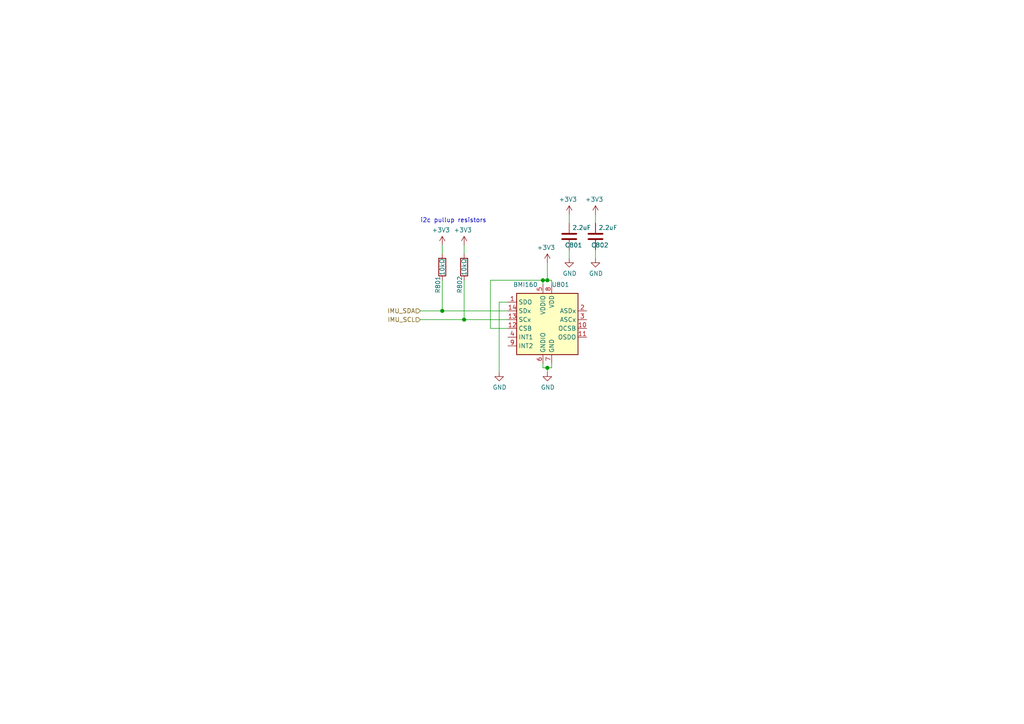
<source format=kicad_sch>
(kicad_sch (version 20210621) (generator eeschema)
  (paper "A4")
  (title_block (title "Moxie-Drive 24, vesc compatable motor controller") (date "2020-07-01") (rev "1.0") (company "Marshall Scholz"))
  (lib_symbols
    (symbol "24_control_board-rescue:+3.3V-power-MoxiE_Control_board-rescue" (power) (pin_names (offset 0))
      (property "Value" "+3.3V-power-MoxiE_Control_board-rescue" (at 0 3.556 0))
      (symbol "+3.3V-power-MoxiE_Control_board-rescue_0_1"
        (polyline (pts (xy -0.762 1.27) (xy 0 2.54)))
        (polyline (pts (xy 0 0) (xy 0 2.54)))
        (polyline (pts (xy 0 2.54) (xy 0.762 1.27)))
      )
      (symbol "+3.3V-power-MoxiE_Control_board-rescue_1_1"
        (pin power_in line (at 0 0 90) (length 0) hide (name "+3V3") (number "1"))
      )
    )
    (symbol "24_control_board-rescue:C-Device-MoxiE_Control_board-rescue" (pin_numbers hide) (pin_names (offset 0.254))
      (property "Reference" "C" (at 0.635 2.54 0))
      (property "Value" "C-Device-MoxiE_Control_board-rescue" (at 0.635 -2.54 0))
      (symbol "C-Device-MoxiE_Control_board-rescue_0_1"
        (polyline (pts (xy -2.032 -0.762) (xy 2.032 -0.762)) (stroke (width 0.508)))
        (polyline (pts (xy -2.032 0.762) (xy 2.032 0.762)) (stroke (width 0.508)))
      )
      (symbol "C-Device-MoxiE_Control_board-rescue_1_1"
        (pin passive line (at 0 3.81 270) (length 2.794) (name "~") (number "1"))
        (pin passive line (at 0 -3.81 90) (length 2.794) (name "~") (number "2"))
      )
    )
    (symbol "24_control_board-rescue:R-Device-MoxiE_Control_board-rescue" (pin_numbers hide) (pin_names (offset 0))
      (property "Reference" "R" (at 2.032 0 90))
      (property "Value" "R-Device-MoxiE_Control_board-rescue" (at 0 0 90))
      (symbol "R-Device-MoxiE_Control_board-rescue_0_1"
        (rectangle (start -1.016 -2.54) (end 1.016 2.54) (stroke (width 0.254)))
      )
      (symbol "R-Device-MoxiE_Control_board-rescue_1_1"
        (pin passive line (at 0 3.81 270) (length 1.27) (name "~") (number "1"))
        (pin passive line (at 0 -3.81 90) (length 1.27) (name "~") (number "2"))
      )
    )
    (symbol "Sensor_Motion:BMI160"
      (property "Reference" "U" (at -10.16 8.89 0))
      (property "Value" "BMI160" (at 7.62 8.89 0))
      (symbol "BMI160_1_1"
        (rectangle (start -10.16 7.62) (end 7.62 -10.16) (stroke (width 0.254)) (fill (type background)))
        (pin bidirectional line (at -12.7 5.08 0) (length 2.54) (name "SDO") (number "1"))
        (pin bidirectional line (at 10.16 -2.54 180) (length 2.54) (name "OCSB") (number "10"))
        (pin bidirectional line (at 10.16 -5.08 180) (length 2.54) (name "OSDO") (number "11"))
        (pin input line (at -12.7 -2.54 0) (length 2.54) (name "CSB") (number "12"))
        (pin input line (at -12.7 0 0) (length 2.54) (name "SCx") (number "13"))
        (pin bidirectional line (at -12.7 2.54 0) (length 2.54) (name "SDx") (number "14"))
        (pin bidirectional line (at 10.16 2.54 180) (length 2.54) (name "ASDx") (number "2"))
        (pin output line (at 10.16 0 180) (length 2.54) (name "ASCx") (number "3"))
        (pin bidirectional line (at -12.7 -5.08 0) (length 2.54) (name "INT1") (number "4"))
        (pin power_in line (at -2.54 10.16 270) (length 2.54) (name "VDDIO") (number "5"))
        (pin power_in line (at -2.54 -12.7 90) (length 2.54) (name "GNDIO") (number "6"))
        (pin power_in line (at 0 -12.7 90) (length 2.54) (name "GND") (number "7"))
        (pin power_in line (at 0 10.16 270) (length 2.54) (name "VDD") (number "8"))
        (pin bidirectional line (at -12.7 -7.62 0) (length 2.54) (name "INT2") (number "9"))
      )
    )
    (symbol "power:GND" (power) (pin_names (offset 0))
      (property "Value" "GND" (at 0 -3.81 0))
      (symbol "GND_0_1"
        (polyline (pts (xy 0 0) (xy 0 -1.27) (xy 1.27 -1.27) (xy 0 -2.54) (xy -1.27 -1.27) (xy 0 -1.27)))
      )
      (symbol "GND_1_1"
        (pin power_in line (at 0 0 270) (length 0) hide (name "GND") (number "1"))
      )
    )
  )
  (junction (at 128.27 90.17) (diameter 1.016))
  (junction (at 134.62 92.71) (diameter 1.016))
  (junction (at 157.48 81.28) (diameter 1.016))
  (junction (at 158.75 81.28) (diameter 1.016))
  (junction (at 158.75 106.68) (diameter 1.016))
  (wire (pts (xy 121.92 92.71) (xy 134.62 92.71)))
  (wire (pts (xy 128.27 73.66) (xy 128.27 71.12)))
  (wire (pts (xy 128.27 81.28) (xy 128.27 90.17)))
  (wire (pts (xy 128.27 90.17) (xy 121.92 90.17)))
  (wire (pts (xy 134.62 73.66) (xy 134.62 71.12)))
  (wire (pts (xy 134.62 81.28) (xy 134.62 92.71)))
  (wire (pts (xy 134.62 92.71) (xy 147.32 92.71)))
  (wire (pts (xy 142.24 81.28) (xy 142.24 95.25)))
  (wire (pts (xy 142.24 95.25) (xy 147.32 95.25)))
  (wire (pts (xy 144.78 87.63) (xy 144.78 107.95)))
  (wire (pts (xy 147.32 87.63) (xy 144.78 87.63)))
  (wire (pts (xy 147.32 90.17) (xy 128.27 90.17)))
  (wire (pts (xy 157.48 81.28) (xy 142.24 81.28)))
  (wire (pts (xy 157.48 81.28) (xy 157.48 82.55)))
  (wire (pts (xy 157.48 105.41) (xy 157.48 106.68)))
  (wire (pts (xy 157.48 106.68) (xy 158.75 106.68)))
  (wire (pts (xy 158.75 76.2) (xy 158.75 81.28)))
  (wire (pts (xy 158.75 81.28) (xy 157.48 81.28)))
  (wire (pts (xy 158.75 81.28) (xy 160.02 81.28)))
  (wire (pts (xy 158.75 106.68) (xy 160.02 106.68)))
  (wire (pts (xy 158.75 107.95) (xy 158.75 106.68)))
  (wire (pts (xy 160.02 81.28) (xy 160.02 82.55)))
  (wire (pts (xy 160.02 106.68) (xy 160.02 105.41)))
  (wire (pts (xy 165.1 62.23) (xy 165.1 64.77)))
  (wire (pts (xy 165.1 72.39) (xy 165.1 74.93)))
  (wire (pts (xy 172.72 62.23) (xy 172.72 64.77)))
  (wire (pts (xy 172.72 72.39) (xy 172.72 74.93)))
  (text "i2c pullup resistors" (at 121.92 64.77 0) (effects (font (size 1.27 1.27)) (justify left bottom)))
  (hierarchical_label "IMU_SDA" (shape input) (at 121.92 90.17 180))
  (hierarchical_label "IMU_SCL" (shape input) (at 121.92 92.71 180))
  (symbol (lib_id "24_control_board-rescue:+3.3V-power-MoxiE_Control_board-rescue") (at 128.27 71.12 0) (mirror y) (unit 1)
    (property "Reference" "#PWR0801" (effects hide))
    (property "Value" "+3.3V" (at 127.889 66.7258 0))
  )
  (symbol (lib_id "24_control_board-rescue:+3.3V-power-MoxiE_Control_board-rescue") (at 134.62 71.12 0) (mirror y) (unit 1)
    (property "Reference" "#PWR0802" (effects hide))
    (property "Value" "+3.3V" (at 134.239 66.7258 0))
  )
  (symbol (lib_id "24_control_board-rescue:+3.3V-power-MoxiE_Control_board-rescue") (at 158.75 76.2 0) (mirror y) (unit 1)
    (property "Reference" "#PWR0804" (effects hide))
    (property "Value" "+3.3V" (at 158.369 71.8058 0))
  )
  (symbol (lib_id "24_control_board-rescue:+3.3V-power-MoxiE_Control_board-rescue") (at 165.1 62.23 0) (mirror y) (unit 1)
    (property "Reference" "#PWR0806" (effects hide))
    (property "Value" "+3.3V" (at 164.719 57.8358 0))
  )
  (symbol (lib_id "24_control_board-rescue:+3.3V-power-MoxiE_Control_board-rescue") (at 172.72 62.23 0) (mirror y) (unit 1)
    (property "Reference" "#PWR0808" (effects hide))
    (property "Value" "+3.3V" (at 172.339 57.8358 0))
  )
  (symbol (lib_id "power:GND") (at 144.78 107.95 0) (unit 1)
    (property "Reference" "#PWR0803" (effects hide))
    (property "Value" "GND" (at 144.907 112.3442 0))
  )
  (symbol (lib_id "power:GND") (at 158.75 107.95 0) (unit 1)
    (property "Reference" "#PWR0805" (effects hide))
    (property "Value" "GND" (at 158.877 112.3442 0))
  )
  (symbol (lib_id "power:GND") (at 165.1 74.93 0) (unit 1)
    (property "Reference" "#PWR0807" (effects hide))
    (property "Value" "GND" (at 165.227 79.3242 0))
  )
  (symbol (lib_id "power:GND") (at 172.72 74.93 0) (unit 1)
    (property "Reference" "#PWR0809" (effects hide))
    (property "Value" "GND" (at 172.847 79.3242 0))
  )
  (symbol (lib_id "24_control_board-rescue:R-Device-MoxiE_Control_board-rescue") (at 128.27 77.47 0) (mirror x) (unit 1)
    (property "Reference" "R801" (at 127 82.55 90))
    (property "Value" "10kΩ" (at 128.27 77.47 90))
    (property "Footprint" "pkl_dipol:R_0402" (effects hide))
  )
  (symbol (lib_id "24_control_board-rescue:R-Device-MoxiE_Control_board-rescue") (at 134.62 77.47 0) (mirror x) (unit 1)
    (property "Reference" "R802" (at 133.35 82.55 90))
    (property "Value" "10kΩ" (at 134.62 77.47 90))
    (property "Footprint" "pkl_dipol:R_0402" (effects hide))
  )
  (symbol (lib_id "24_control_board-rescue:C-Device-MoxiE_Control_board-rescue") (at 165.1 68.58 180) (unit 1)
    (property "Reference" "C801" (at 168.91 71.12 0) (effects (justify left)))
    (property "Value" "2.2uF" (at 171.45 66.04 0) (effects (justify left)))
    (property "Footprint" "pkl_dipol:C_0402" (effects hide))
  )
  (symbol (lib_id "24_control_board-rescue:C-Device-MoxiE_Control_board-rescue") (at 172.72 68.58 180) (unit 1)
    (property "Reference" "C802" (at 176.53 71.12 0) (effects (justify left)))
    (property "Value" "2.2uF" (at 179.07 66.04 0) (effects (justify left)))
    (property "Footprint" "pkl_dipol:C_0402" (effects hide))
  )
  (symbol (lib_id "Sensor_Motion:BMI160") (at 160.02 92.71 0) (unit 1)
    (property "Reference" "U801" (at 162.56 82.55 0))
    (property "Value" "BMI160" (at 152.4 82.55 0))
    (property "Footprint" "Package_LGA:Bosch_LGA-14_3x2.5mm_P0.5mm" (effects hide))
    (property "Datasheet" "https://ae-bst.resource.bosch.com/media/_tech/media/datasheets/BST-BMI160-DS000.pdf" (effects hide))
  )
)
</source>
